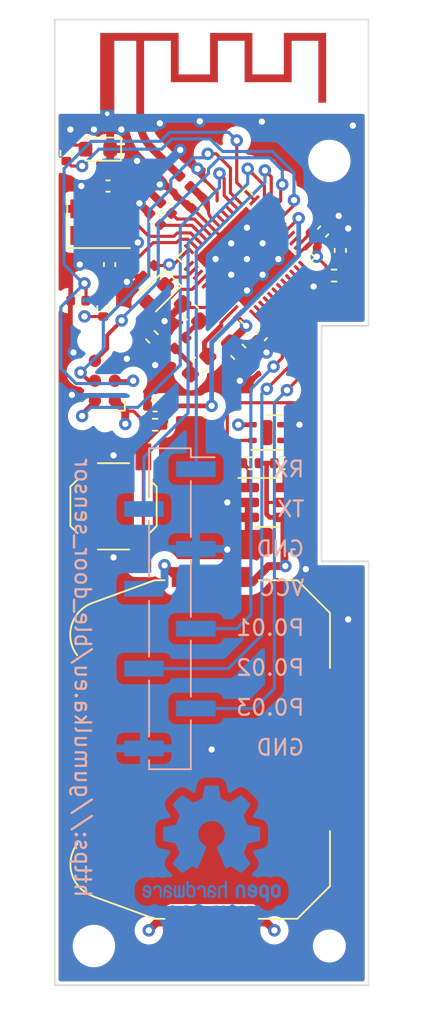
<source format=kicad_pcb>
(kicad_pcb (version 20221018) (generator pcbnew)
  (layers (0 "F.Cu" signal) (1 "In1.Cu" power) (2 "In2.Cu" power) (31 "B.Cu" signal) (34 "B.Paste" user) (35 "F.Paste" user) (36 "B.SilkS" user "B.Silkscreen") (37 "F.SilkS" user "F.Silkscreen") (38 "B.Mask" user) (39 "F.Mask" user) (44 "Edge.Cuts" user))
  (net 0 "")
  (net 1 "GND")
  (net 2 "VCC")
  (net 3 "RESET")
  (net 4 "ANTENNA")
  (net 5 "BUTTON")
  (net 6 "SWDIO")
  (net 7 "SWCLK")
  (net 8 "SWO")
  (net 9 "ONBOARD_HALL")
  (net 10 "Net-(U1-DCC)")
  (net 13 "SDA")
  (net 22 "Net-(D101-A)")
  (net 23 "RX")
  (net 24 "TX")
  (net 25 "LED")
  (net 31 "Net-(L101-Pad2)")
  (net 33 "P0.01")
  (net 34 "P0.02")
  (net 35 "P0.03")
  (net 37 "/Antenne")
  (net 39 "SCL")
  (net 40 "/DEC4")
  (net 41 "/XC2")
  (net 42 "/DEC3")
  (net 43 "/XC1")
  (net 44 "/DEC2")
  (net 45 "/DEC1")
  (net 48 "/Photo_out")
  (net 49 "/Photo_in")
  (footprint "Crystal:Crystal_SMD_3225-4Pin_3.2x2.5mm" (layer "F.Cu") (at 127.8 52.9)
    (fp_text reference "Y1" hide)
    (fp_text value "Crystal_GND24")
  )
  (footprint "Capacitor_SMD:C_0402_1005Metric" (layer "F.Cu") (at 143.2 54.7 90)
    (fp_text reference "C13" hide)
    (fp_text value "10nF")
  )
  (footprint "Library:JLCPCB_Mounting_hole" (layer "F.Cu") (at 144 42)
    (fp_text reference "T3" hide)
    (fp_text value "ToolingHole")
  )
  (footprint "MountingHole:MountingHole_2.2mm_M2" (layer "F.Cu") (at 142.5 49)
    (fp_text reference "H102" hide)
    (fp_text value "MountingHole")
  )
  (footprint "Package_DFN_QFN:QFN-48-1EP_6x6mm_P0.4mm_EP4.6x4.6mm" (layer "F.Cu") (at 137.2 55.15 135)
    (fp_text reference "U1" hide)
    (fp_text value "nRF52832-QFxx")
  )
  (footprint "Capacitor_SMD:C_0402_1005Metric" (layer "F.Cu") (at 131 56 -135)
    (fp_text reference "C107" hide)
    (fp_text value "100nF")
  )
  (footprint "Capacitor_SMD:C_0402_1005Metric" (layer "F.Cu") (at 132.1 52 135)
    (fp_text reference "C9" hide)
    (fp_text value "100pF")
  )
  (footprint "Capacitor_SMD:C_0603_1608Metric" (layer "F.Cu") (at 133.7 58.65 135)
    (fp_text reference "C5" hide)
    (fp_text value "1uF")
  )
  (footprint "Library:reed_contact" (layer "F.Cu") (at 143.5 67)
    (fp_text reference "SW101" hide)
    (fp_text value "SW_Reed")
    (fp_line (start -1.5 -7.5) (end -1.5 7.5) (stroke (width 0.1)) (layer "Edge.Cuts"))
    (fp_line (start -1.5 7.5) (end 1.5 7.5) (stroke (width 0.1)) (layer "Edge.Cuts"))
    (fp_line (start 1.5 -7.5) (end -1.5 -7.5) (stroke (width 0.1)) (layer "Edge.Cuts"))
  )
  (footprint "Inductor_SMD:L_0603_1608Metric" (layer "F.Cu") (at 134.2 62 45)
    (fp_text reference "L102" hide)
    (fp_text value "10uH")
  )
  (footprint "Battery:BatteryHolder_Keystone_3034_1x20mm" (layer "F.Cu") (at 135 86.485 -90)
    (fp_text reference "BT1" hide)
    (fp_text value "3034")
  )
  (footprint "Resistor_SMD:R_0402_1005Metric" (layer "F.Cu") (at 125.75 48.5 90)
    (fp_text reference "R102" hide)
    (fp_text value "1K")
  )
  (footprint "Capacitor_SMD:C_0402_1005Metric" (layer "F.Cu") (at 128.4 50.6 180)
    (fp_text reference "C8" hide)
    (fp_text value "12pF")
  )
  (footprint "Resistor_SMD:R_0402_1005Metric" (layer "F.Cu") (at 131.2 60.2 -45)
    (fp_text reference "R3" hide)
    (fp_text value "1K")
  )
  (footprint "LED_SMD:LED_0603_1608Metric" (layer "F.Cu") (at 127.75 48.25 180)
    (fp_text reference "D101" hide)
    (fp_text value "LED")
  )
  (footprint "Resistor_SMD:R_0402_1005Metric" (layer "F.Cu") (at 139.5 68.25)
    (fp_text reference "R104" hide)
    (fp_text value "100k")
  )
  (footprint "MountingHole:MountingHole_2.2mm_M2" (layer "F.Cu") (at 127.5 99)
    (fp_text reference "H101" hide)
    (fp_text value "MountingHole")
  )
  (footprint "Sensor_Humidity:Sensirion_DFN-4-1EP_2x2mm_P1mm_EP0.7x1.6mm" (layer "F.Cu") (at 138.525 66.3)
    (fp_text reference "U2" hide)
    (fp_text value "SHTC3")
  )
  (footprint "Resistor_SMD:R_0402_1005Metric" (layer "F.Cu") (at 142.8 56.3)
    (fp_text reference "R2" hide)
    (fp_text value "1M")
  )
  (footprint "Resistor_SMD:R_0402_1005Metric" (layer "F.Cu") (at 137.5 68.25 180)
    (fp_text reference "R105" hide)
    (fp_text value "100k")
  )
  (footprint "Capacitor_SMD:C_0402_1005Metric" (layer "F.Cu") (at 126.5 57.9 180)
    (fp_text reference "C3" hide)
    (fp_text value "100nF")
  )
  (footprint "Capacitor_SMD:C_0402_1005Metric" (layer "F.Cu") (at 134.1 51.7 -135)
    (fp_text reference "C4" hide)
    (fp_text value "1pF")
  )
  (footprint "Capacitor_SMD:C_0402_1005Metric" (layer "F.Cu") (at 138.2 60.1 -135)
    (fp_text reference "C11" hide)
    (fp_text value "100nF")
  )
  (footprint "RF_Antenna:Texas_SWRA117D_2.4GHz_Right" (layer "F.Cu") (at 130.45 46)
    (fp_text reference "AE1" hide)
    (fp_text value "Antenna_Shield")
  )
  (footprint "Package_TO_SOT_SMD:SOT-23-6" (layer "F.Cu") (at 138.5 70.75)
    (fp_text reference "U101" hide)
    (fp_text value "TMP100")
  )
  (footprint "Capacitor_SMD:C_0402_1005Metric" (layer "F.Cu") (at 131.4 52.7 135)
    (fp_text reference "C7" hide)
    (fp_text value "100pF")
  )
  (footprint "Library:JLCPCB_Mounting_hole" (layer "F.Cu") (at 142.5 99)
    (fp_text reference "T2" hide)
    (fp_text value "ToolingHole")
  )
  (footprint "Button_Switch_SMD:SW_SPST_TL3342" (layer "F.Cu") (at 128.75 71 90)
    (fp_text reference "SW102" hide)
    (fp_text value "SW_Push")
  )
  (footprint "Capacitor_SMD:C_0402_1005Metric" (layer "F.Cu") (at 128.5 55.6 -90)
    (fp_text reference "C6" hide)
    (fp_text value "12pF")
  )
  (footprint "Connector:Tag-Connect_TC2030-IDC-NL_2x03_P1.27mm_Vertical" (layer "F.Cu") (at 128.2 63 90)
    (fp_text reference "J1" hide)
    (fp_text value "Prog Header")
  )
  (footprint "LED_SMD:LED_0603_1608Metric" (layer "F.Cu") (at 131.5 57.5 -135)
    (fp_text reference "Q1" hide)
    (fp_text value "ALS-PT19")
  )
  (footprint "Resistor_SMD:R_0402_1005Metric" (layer "F.Cu") (at 128.1 58.4 90)
    (fp_text reference "R1" hide)
    (fp_text value "100k")
  )
  (footprint "Library:JLCPCB_Mounting_hole" (layer "F.Cu") (at 126 42)
    (fp_text reference "T1" hide)
    (fp_text value "ToolingHole")
  )
  (footprint "Resistor_SMD:R_0402_1005Metric" (layer "F.Cu") (at 131.4 65.8)
    (fp_text reference "R101" hide)
    (fp_text value "100k")
  )
  (footprint "Capacitor_SMD:C_0402_1005Metric" (layer "F.Cu") (at 142.1 53.5 45)
    (fp_text reference "C1" hide)
    (fp_text value "100nF")
  )
  (footprint "Inductor_SMD:L_0402_1005Metric" (layer "F.Cu") (at 133 60.6 -135)
    (fp_text reference "L101" hide)
    (fp_text value "15nH")
  )
  (footprint "Inductor_SMD:L_0402_1005Metric" (layer "F.Cu") (at 133.3 50.3 135)
    (fp_text reference "L1" hide)
    (fp_text value "3.3nH")
  )
  (footprint "Capacitor_SMD:C_0603_1608Metric" (layer "F.Cu") (at 136.7 61.15 -45)
    (fp_text reference "C2" hide)
    (fp_text value "4.7uF")
  )
  (footprint "Capacitor_SMD:C_0402_1005Metric" (layer "F.Cu") (at 131.4 64.6 180)
    (fp_text reference "C101" hide)
    (fp_text value "100nF")
  )
  (footprint "Symbol:OSHW-Logo2_9.8x8mm_Copper" (layer "B.Cu") (at 135 92.5 180)
    (fp_text reference "REF**" hide)
    (fp_text value "OSHW-Logo2_9.8x8mm_Copper" hide)
  )
  (footprint "Connector_PinHeader_2.54mm:PinHeader_1x08_P2.54mm_Vertical_SMD_Pin1Left" (layer "B.Cu") (at 132.345 77.52 180)
    (fp_text reference "J101" hide)
    (fp_text value "Conn_01x08")
  )
  (gr_line locked (start 125 101.5) (end 145 101.5) (stroke (width 0.1)) (layer "Edge.Cuts"))
  (gr_line (start 145 59.5) (end 145 40) (stroke (width 0.1)) (layer "Edge.Cuts"))
  (gr_line (start 125 40) (end 125 101.5) (stroke (width 0.1)) (layer "Edge.Cuts"))
  (gr_line (start 145 101.5) (end 145 74.5) (stroke (width 0.1)) (layer "Edge.Cuts"))
  (gr_line locked (start 145 40) (end 125 40) (stroke (width 0.1)) (layer "Edge.Cuts"))
  (gr_text "P0.03" (at 141 83.815) (layer "B.SilkS") (effects (font (size 1 1)) (justify left mirror)))
  (gr_text "P0.01" (at 141 78.735) (layer "B.SilkS") (effects (font (size 1 1)) (justify left mirror)))
  (gr_text "TX" (at 141 71.17) (layer "B.SilkS") (effects (font (size 1 1)) (justify left mirror)))
  (gr_text "RX" (at 141 68.63) (layer "B.SilkS") (effects (font (size 1 1)) (justify left mirror)))
  (gr_text "https://gumulka.eu/ble_door_sensor" (at 126.2 96 270) (layer "B.SilkS") (effects (font (size 1 1)) (justify left bottom mirror)))
  (gr_text "VCC" (at 141 76.195) (layer "B.SilkS") (effects (font (size 1 1)) (justify left mirror)))
  (gr_text "GND" (at 141 86.355) (layer "B.SilkS") (effects (font (size 1 1)) (justify left mirror)))
  (gr_text "P0.02" (at 141 81.275) (layer "B.SilkS") (effects (font (size 1 1)) (justify left mirror)))
  (gr_text "GND" (at 141 73.71) (layer "B.SilkS") (effects (font (size 1 1)) (justify left mirror)))
  (segment (start 133.151992 58.101992) (end 133.098008 58.101992) (width 0.2) (layer "F.Cu") (net 1))
  (segment (start 133.098008 58.101992) (end 132 59.2) (width 0.3) (layer "F.Cu") (net 1))
  (segment (start 135.43149 58.332724) (end 133.382724 58.332724) (width 0.2) (layer "F.Cu") (net 1))
  (segment (start 137.2 55.2) (end 137.2 55.15) (width 0.2) (layer "F.Cu") (net 1))
  (segment (start 129.85 53.75) (end 130.29869 54.19869) (width 0.5) (layer "F.Cu") (net 1))
  (segment (start 134.1 49.75) (end 135.35 51) (width 0.2) (layer "F.Cu") (net 1))
  (segment (start 131.7 50.5) (end 132 50.5) (width 0.2) (layer "F.Cu") (net 1))
  (segment (start 137.25 55.25) (end 137.2 55.2) (width 0.2) (layer "F.Cu") (net 1))
  (segment (start 135.821142 57.943072) (end 137.2 56.564214) (width 0.2) (layer "F.Cu") (net 1))
  (segment (start 140.6 65.8) (end 139.45 65.8) (width 0.2) (layer "F.Cu") (net 1))
  (segment (start 134.1 49.5) (end 134.1 49.75) (width 0.2) (layer "F.Cu") (net 1))
  (segment (start 126 61) (end 126 57.92) (width 0.3) (layer "F.Cu") (net 1))
  (segment (start 126.02 56.18) (end 126.6 55.6) (width 0.3) (layer "F.Cu") (net 1))
  (segment (start 128.9 53.75) (end 129.85 53.75) (width 0.5) (layer "F.Cu") (net 1))
  (segment (start 126.02 57.9) (end 126.02 56.18) (width 0.3) (layer "F.Cu") (net 1))
  (segment (start 134.55 78.8) (end 131.65 78.8) (width 0.5) (layer "F.Cu") (net 1))
  (segment (start 137.956919 60.989097) (end 137.956919 60.943081) (width 0.3) (layer "F.Cu") (net 1))
  (segment (start 132 50.5) (end 133.539411 52.039411) (width 0.3) (layer "F.Cu") (net 1))
  (segment (start 137.3625 70.75) (end 137.3625 73.2375) (width 0.2) (layer "F.Cu") (net 1))
  (segment (start 143.2 54.22) (end 143.2 53.8) (width 0.2) (layer "F.Cu") (net 1))
  (segment (start 137.3625 73.2375) (end 136.85 73.75) (width 0.2) (layer "F.Cu") (net 1))
  (segment (start 142.439411 53.160589) (end 143.1 52.5) (width 0.2) (layer "F.Cu") (net 1))
  (segment (start 143.5 86) (end 143.5 87.75) (width 0.5) (layer "F.Cu") (net 1))
  (segment (start 129.960589 56.339411) (end 129.6 56.7) (width 0.3) (layer "F.Cu") (net 1))
  (segment (start 131.1 51) (end 130.4 51.7) (width 0.2) (layer "F.Cu") (net 1))
  (segment (start 137.860589 60.439411) (end 137.860589 60.846751) (width 0.3) (layer "F.Cu") (net 1))
  (segment (start 131.760589 51.660589) (end 131.1 51) (width 0.2) (layer "F.Cu") (net 1))
  (segment (start 129.483567 61.6) (end 129.353567 61.73) (width 0.5) (layer "F.Cu") (net 1))
  (segment (start 128.5 56.08) (end 128.98 56.08) (width 0.3) (layer "F.Cu") (net 1))
  (segment (start 135.35 51) (end 135.35 51.55) (width 0.2) (layer "F.Cu") (net 1))
  (segment (start 133.382724 58.332724) (end 133.151992 58.101992) (width 0.2) (layer "F.Cu") (net 1))
  (segment (start 131.060589 52.360589) (end 130.4 51.7) (width 0.3) (layer "F.Cu") (net 1))
  (segment (start 134.972614 53.205456) (end 136.917156 55.15) (width 0.2) (layer "F.Cu") (net 1))
  (segment (start 126.7 50.6) (end 126.7 52.05) (width 0.5) (layer "F.Cu") (net 1))
  (segment (start 133.539411 52.039411) (end 133.760589 52.039411) (width 0.3) (layer "F.Cu") (net 1))
  (segment (start 137.860589 60.846751) (end 137.956919 60.943081) (width 0.3) (layer "F.Cu") (net 1))
  (segment (start 133.806569 52.039411) (end 133.760589 52.039411) (width 0.2) (layer "F.Cu") (net 1))
  (segment (start 137.248008 61.698008) (end 137.248008 61.748008) (width 0.3) (layer "F.Cu") (net 1))
  (segment (start 137.956919 60.943081) (end 138.213838 61.2) (width 0.3) (layer "F.Cu") (net 1))
  (segment (start 127.92 50.6) (end 126.7 50.6) (width 0.2) (layer "F.Cu") (net 1))
  (segment (start 136.917156 55.15) (end 137.2 55.15) (width 0.2) (layer "F.Cu") (net 1))
  (segment (start 137.248008 61.698008) (end 137.956919 60.989097) (width 0.3) (layer "F.Cu") (net 1))
  (segment (start 128.98 56.08) (end 129.6 56.7) (width 0.3) (layer "F.Cu") (net 1))
  (segment (start 126.2 61.2) (end 126 61) (width 0.3) (layer "F.Cu") (net 1))
  (segment (start 136.85 73.75) (end 136 73.75) (width 0.2) (layer "F.Cu") (net 1))
  (segment (start 138.213838 61.2) (end 138.5 61.2) (width 0.3) (layer "F.Cu") (net 1))
  (segment (start 134.972614 53.205456) (end 133.806569 52.039411) (width 0.2) (layer "F.Cu") (net 1))
  (segment (start 143.2 53.8) (end 143.7 53.3) (width 0.2) (layer "F.Cu") (net 1))
  (segment (start 143.5 87.75) (end 141.25 90) (width 0.5) (layer "F.Cu") (net 1))
  (segment (start 137.2 55.3) (end 137.25 55.25) (width 0.2) (layer "F.Cu") (net 1))
  (segment (start 137.2 56.564214) (end 137.2 55.3) (width 0.2) (layer "F.Cu") (net 1))
  (segment (start 137.3625 70.75) (end 135.65 70.75) (width 0.5) (layer "F.Cu") (net 1))
  (segment (start 136.25 54.25) (end 136.917156 55.15) (width 0.2) (layer "F.Cu") (net 1))
  (segment (start 129.353567 61.73) (end 128.835 61.73) (width 0.5) (layer "F.Cu") (net 1))
  (segment (start 141.75 86) (end 134.55 78.8) (width 0.5) (layer "F.Cu") (net 1))
  (segment (start 130.660589 56.339411) (end 129.960589 56.339411) (width 0.3) (layer "F.Cu") (net 1))
  (segment (start 126 57.92) (end 126.02 57.9) (width 0.3) (layer "F.Cu") (net 1))
  (segment (start 135.65 70.75) (end 136 70.75) (width 0.2) (layer "F.Cu") (net 1))
  (segment (start 129.6 61.6) (end 129.483567 61.6) (width 0.5) (layer "F.Cu") (net 1))
  (segment (start 135.821142 57.943072) (end 135.43149 58.332724) (width 0.2) (layer "F.Cu") (net 1))
  (segment (start 143.5 86) (end 141.75 86) (width 0.5) (layer "F.Cu") (net 1))
  (via (at 143.1 52.5) (size 0.8) (drill 0.4) (layers "F.Cu" "B.Cu") (net 1))
  (via (at 140.6 65.8) (size 0.8) (drill 0.4) (layers "F.Cu" "B.Cu") (net 1))
  (via (at 137.25 55.25) (size 0.8) (drill 0.4) (layers "F.Cu" "B.Cu") (net 1))
  (via (at 128.75 67.75) (size 0.8) (drill 0.4) (layers "F.Cu" "B.Cu") (net 1))
  (via (at 130.25 49) (size 0.8) (drill 0.4) (layers "F.Cu" "B.Cu") (net 1))
  (via (at 141 75) (size 0.8) (drill 0.4) (layers "F.Cu" "B.Cu") (net 1))
  (via (at 143.7 53.3) (size 0.8) (drill 0.4) (layers "F.Cu" "B.Cu") (net 1))
  (via (at 136 70.75) (size 0.8) (drill 0.4) (layers "F.Cu" "B.Cu") (net 1))
  (via (at 131.4 62) (size 0.8) (drill 0.4) (layers "F.Cu" "B.Cu") (net 1))
  (via (at 126.1 63.9) (size 0.8) (drill 0.4) (layers "F.Cu" "B.Cu") (net 1))
  (via (at 128.75 74.25) (size 0.8) (drill 0.4) (layers "F.Cu" "B.Cu") (net 1))
  (via (at 135 86.485) (size 0.8) (drill 0.4) (layers "F.Cu" "B.Cu") (net 1))
  (via (at 133 48.3) (size 0.8) (drill 0.4) (layers "F.Cu" "B.Cu") (net 1))
  (via (at 138.5 61.2) (size 0.8) (drill 0.4) (layers "F.Cu" "B.Cu") (net 1))
  (via (at 131.7 46.6) (size 0.8) (drill 0.4) (layers "F.Cu" "B.Cu") (net 1))
  (via (at 135.25 55.25) (size 0.8) (drill 0.4) (layers "F.Cu" "B.Cu") (net 1))
  (via (at 126 47) (size 0.8) (drill 0.4) (layers "F.Cu" "B.Cu") (net 1))
  (via (at 129.25 47) (size 0.8) (drill 0.4) (layers "F.Cu" "B.Cu") (net 1))
  (via (at 137.25 53.25) (size 0.8) (drill 0.4) (layers "F.Cu" "B.Cu") (net 1))
  (via (at 136.25 56.25) (size 0.8) (drill 0.4) (layers "F.Cu" "B.Cu") (net 1))
  (via (at 136.8 63) (size 0.8) (drill 0.4) (layers "F.Cu" "B.Cu") (net 1))
  (via (at 131.7 50.5) (size 0.8) (drill 0.4) (layers "F.Cu" "B.Cu") (net 1))
  (via (at 136.25 54.25) (size 0.8) (drill 0.4) (layers "F.Cu" "B.Cu") (net 1))
  (via (at 129.6 61.6) (size 0.8) (drill 0.4) (layers "F.Cu" "B.Cu") (net 1))
  (via (at 129.6 56.7) (size 0.8) (drill 0.4) (layers "F.Cu" "B.Cu") (net 1))
  (via (at 144 46.75) (size 0.8) (drill 0.4) (layers "F.Cu" "B.Cu") (net 1))
  (via (at 127.5 47) (size 0.8) (drill 0.4) (layers "F.Cu" "B.Cu") (net 1))
  (via (at 134.25 46.475) (size 0.8) (drill 0.4) (layers "F.Cu" "B.Cu") (net 1))
  (via (at 132 59.2) (size 0.8) (drill 0.4) (layers "F.Cu" "B.Cu") (net 1))
  (via (at 130.4 51.7) (size 0.8) (drill 0.4) (layers "F.Cu" "B.Cu") (net 1))
  (via (at 143.7 78.2) (size 0.8) (drill 0.4) (layers "F.Cu" "B.Cu") (net 1))
  (via (at 138.2 46.5) (size 0.8) (drill 0.4) (layers "F.Cu" "B.Cu") (net 1))
  (via (at 138.25 54.25) (size 0.8) (drill 0.4) (layers "F.Cu" "B.Cu") (net 1))
  (via (at 126.2 61.2) (size 0.8) (drill 0.4) (layers "F.Cu" "B.Cu") (net 1))
  (via (at 126.6 55.6) (size 0.8) (drill 0.4) (layers "F.Cu" "B.Cu") (net 1))
  (via (at 138.25 56.25) (size 0.8) (drill 0.4) (layers "F.Cu" "B.Cu") (net 1))
  (via (at 139.25 55.25) (size 0.8) (drill 0.4) (layers "F.Cu" "B.Cu") (net 1))
  (via (at 136 73.75) (size 0.8) (drill 0.4) (layers "F.Cu" "B.Cu") (net 1))
  (via (at 126.7 50.6) (size 0.8) (drill 0.4) (layers "F.Cu" "B.Cu") (net 1))
  (via (at 134.1 49.5) (size 0.8) (drill 0.4) (layers "F.Cu" "B.Cu") (net 1))
  (via (at 141.5 57) (size 0.8) (drill 0.4) (layers "F.Cu" "B.Cu") (net 1))
  (via (at 130.29869 54.19869) (size 0.8) (drill 0.4) (layers "F.Cu" "B.Cu") (net 1))
  (via (at 137.25 57.25) (size 0.8) (drill 0.4) (layers "F.Cu" "B.Cu") (net 1))
  (segment (start 130.69 86.41) (end 134.925 86.41) (width 0.5) (layer "B.Cu") (net 1))
  (segment (start 134.925 86.41) (end 135 86.485) (width 0.5) (layer "B.Cu") (net 1))
  (segment (start 136.66967 58.96967) (end 137.2 59.5) (width 0.3) (layer "F.Cu") (net 2))
  (segment (start 139.7 74.8) (end 139.6375 74.7375) (width 0.5) (layer "F.Cu") (net 2))
  (segment (start 141.7 55.1) (end 141.7 54.51) (width 0.5) (layer "F.Cu") (net 2))
  (segment (start 137.2 59.553984) (end 136.151992 60.601992) (width 0.5) (layer "F.Cu") (net 2))
  (segment (start 131 98) (end 131.5 97.5) (width 0.5) (layer "F.Cu") (net 2))
  (segment (start 141.692569 53.839411) (end 141.760589 53.839411) (width 0.3) (layer "F.Cu") (net 2))
  (segment (start 138.55 70.75) (end 138.5 70.8) (width 0.2) (layer "F.Cu") (net 2))
  (segment (start 135.35 75.85) (end 135 75.5) (width 0.5) (layer "F.Cu") (net 2))
  (segment (start 129.5 64.935) (end 128.835 64.27) (width 0.5) (layer "F.Cu") (net 2))
  (segment (start 132.3 55.6) (end 132.239411 55.660589) (width 0.2) (layer "F.Cu") (net 2))
  (segment (start 132.239411 55.660589) (end 131.339411 55.660589) (width 0.2) (layer "F.Cu") (net 2))
  (segment (start 138.5 70.35) (end 138.5 68.25) (width 0.3) (layer "F.Cu") (net 2))
  (segment (start 130.89 65.8) (end 130.025 64.935) (width 0.2) (layer "F.Cu") (net 2))
  (segment (start 132.75 75.5) (end 132 74.75) (width 0.5) (layer "F.Cu") (net 2))
  (segment (start 138.5 70.35) (end 138.5 70.8) (width 0.3) (layer "F.Cu") (net 2))
  (segment (start 128.1 58.91) (end 126.91 58.91) (width 0.2) (layer "F.Cu") (net 2))
  (segment (start 140.91231 54.61967) (end 140.98033 54.55165) (width 0.2) (layer "F.Cu") (net 2))
  (segment (start 131.5 97.5) (end 138.5 97.5) (width 0.5) (layer "F.Cu") (net 2))
  (segment (start 132.57807 55.6) (end 133.5584 54.61967) (width 0.2) (layer "F.Cu") (net 2))
  (segment (start 140.98033 54.55165) (end 141.692569 53.839411) (width 0.3) (layer "F.Cu") (net 2))
  (segment (start 137.5875 75.85) (end 135.35 75.85) (width 0.5) (layer "F.Cu") (net 2))
  (segment (start 139.6375 74.7375) (end 139.6375 71.7) (width 0.5) (layer "F.Cu") (net 2))
  (segment (start 138.5 70.8) (end 138.5 71.5) (width 0.3) (layer "F.Cu") (net 2))
  (segment (start 139.7 74.8) (end 138.6375 74.8) (width 0.5) (layer "F.Cu") (net 2))
  (segment (start 142.29 55.69) (end 142.29 56.3) (width 0.2) (layer "F.Cu") (net 2))
  (segment (start 138.99 68.25) (end 138.5 68.25) (width 0.3) (layer "F.Cu") (net 2))
  (segment (start 138.6375 74.8) (end 137.5875 75.85) (width 0.5) (layer "F.Cu") (net 2))
  (segment (start 137.6 65.8) (end 136.7 65.8) (width 0.3) (layer "F.Cu") (net 2))
  (segment (start 141.7 54.51) (end 141.760589 54.449411) (width 0.5) (layer "F.Cu") (net 2))
  (segment (start 129.5 65.75) (end 129.5 64.935) (width 0.5) (layer "F.Cu") (net 2))
  (segment (start 135 75.5) (end 132.75 75.5) (width 0.5) (layer "F.Cu") (net 2))
  (segment (start 141.7 55.1) (end 142.29 55.69) (width 0.2) (layer "F.Cu") (net 2))
  (segment (start 132.3 55.6) (end 132.57807 55.6) (width 0.2) (layer "F.Cu") (net 2))
  (segment (start 141.760589 54.449411) (end 141.760589 53.839411) (width 0.5) (layer "F.Cu") (net 2))
  (segment (start 138.7 71.7) (end 139.6375 71.7) (width 0.3) (layer "F.Cu") (net 2))
  (segment (start 136.66967 58.7916) (end 136.66967 58.96967) (width 0.2) (layer "F.Cu") (net 2))
  (segment (start 138.01 68.25) (end 138.5 68.25) (width 0.3) (layer "F.Cu") (net 2))
  (segment (start 130.025 64.935) (end 129.5 64.935) (width 0.2) (layer "F.Cu") (net 2))
  (segment (start 126.91 58.91) (end 126.9 58.9) (width 0.2) (layer "F.Cu") (net 2))
  (segment (start 138.5 97.5) (end 139 98) (width 0.5) (layer "F.Cu") (net 2))
  (segment (start 139.6375 70.75) (end 138.55 70.75) (width 0.2) (layer "F.Cu") (net 2))
  (segment (start 137.2 59.5) (end 137.2 59.553984) (width 0.2) (layer "F.Cu") (net 2))
  (segment (start 140.8416 54.61967) (end 140.91231 54.61967) (width 0.2) (layer "F.Cu") (net 2))
  (segment (start 138.5 71.5) (end 138.7 71.7) (width 0.3) (layer "F.Cu") (net 2))
  (via (at 132 74.75) (size 0.8) (drill 0.4) (layers "F.Cu" "B.Cu") (net 2))
  (via (at 137.2 59.5) (size 0.8) (drill 0.4) (layers "F.Cu" "B.Cu") (net 2))
  (via (at 136.7 65.8) (size 0.8) (drill 0.4) (layers "F.Cu" "B.Cu") (net 2))
  (via (at 141.7 55.1) (size 0.8) (drill 0.4) (layers "F.Cu" "B.Cu") (net 2))
  (via (at 139.7 74.8) (size 0.8) (drill 0.4) (layers "F.Cu" "B.Cu") (net 2))
  (via (at 132.3 55.6) (size 0.8) (drill 0.4) (layers "F.Cu" "B.Cu") (net 2))
  (via (at 126.9 58.9) (size 0.8) (drill 0.4) (layers "F.Cu" "B.Cu") (net 2))
  (via (at 131 98) (size 0.8) (drill 0.4) (layers "F.Cu" "B.Cu") (net 2))
  (via (at 139 98) (size 0.8) (drill 0.4) (layers "F.Cu" "B.Cu") (net 2))
  (via (at 129.5 65.75) (size 0.8) (drill 0.4) (layers "F.Cu" "B.Cu") (net 2))
  (segment (start 132 76) (end 132 74.75) (width 0.5) (layer "B.Cu") (net 2))
  (segment (start 130.711 76.359) (end 130.69 76.38) (width 0.2) (layer "B.Cu") (net 2))
  (segment (start 131.75 76.25) (end 132 76) (width 0.5) (layer "B.Cu") (net 2))
  (segment (start 130.69 76.25) (end 131.75 76.25) (width 0.5) (layer "B.Cu") (net 2))
  (segment (start 136.6 47.7) (end 136.6 50.37807) (width 0.2) (layer "F.Cu") (net 3))
  (segment (start 127 56.9) (end 127 57.92) (width 0.2) (layer "F.Cu") (net 3))
  (segment (start 127 57.92) (end 128.07 57.92) (width 0.2) (layer "F.Cu") (net 3))
  (segment (start 126.9 56.8) (end 127 56.9) (width 0.2) (layer "F.Cu") (net 3))
  (segment (start 136.6 50.37807) (end 137.73033 51.5084) (width 0.2) (layer "F.Cu") (net 3))
  (segment (start 128.07 57.92) (end 128.1 57.89) (width 0.2) (layer "F.Cu") (net 3))
  (segment (start 128.835 63) (end 130 63) (width 0.2) (layer "F.Cu") (net 3))
  (via (at 130 63) (size 0.8) (drill 0.4) (layers "F.Cu" "B.Cu") (net 3))
  (via (at 126.9 56.8) (size 0.8) (drill 0.4) (layers "F.Cu" "B.Cu") (net 3))
  (via (at 136.6 47.7) (size 0.8) (drill 0.4) (layers "F.Cu" "B.Cu") (net 3))
  (segment (start 132.325 47.175) (end 131.75 47.75) (width 0.2) (layer "B.Cu") (net 3))
  (segment (start 129.821 63.179) (end 126.36105 63.179) (width 0.2) (layer "B.Cu") (net 3))
  (segment (start 125.6 55.58995) (end 126.81005 56.8) (width 0.2) (layer "B.Cu") (net 3))
  (segment (start 126.36105 63.179) (end 125.4 62.21795) (width 0.2) (layer "B.Cu") (net 3))
  (segment (start 125.6 49.48505) (end 125.6 55.58995) (width 0.2) (layer "B.Cu") (net 3))
  (segment (start 127.33505 47.75) (end 125.6 49.48505) (width 0.2) (layer "B.Cu") (net 3))
  (segment (start 136.075 47.175) (end 132.325 47.175) (width 0.2) (layer "B.Cu") (net 3))
  (segment (start 130 63) (end 129.821 63.179) (width 0.2) (layer "B.Cu") (net 3))
  (segment (start 126.81005 56.8) (end 126.9 56.8) (width 0.2) (layer "B.Cu") (net 3))
  (segment (start 131.75 47.75) (end 127.33505 47.75) (width 0.2) (layer "B.Cu") (net 3))
  (segment (start 125.4 62.21795) (end 125.4 58.3) (width 0.2) (layer "B.Cu") (net 3))
  (segment (start 125.4 58.3) (end 126.9 56.8) (width 0.2) (layer "B.Cu") (net 3))
  (segment (start 136.6 47.7) (end 136.075 47.175) (width 0.2) (layer "B.Cu") (net 3))
  (segment (start 134.8 51.928285) (end 134.8 52.187243) (width 0.2) (layer "F.Cu") (net 4))
  (segment (start 133.642947 50.642947) (end 133.721769 50.642947) (width 0.5) (layer "F.Cu") (net 4))
  (segment (start 134.99793 52.665088) (end 135.255456 52.922614) (width 0.2) (layer "F.Cu") (net 4))
  (segment (start 134.653553 51.574731) (end 134.439411 51.360589) (width 0.2) (layer "F.Cu") (net 4))
  (segment (start 133.721769 50.642947) (end 134.439411 51.360589) (width 0.5) (layer "F.Cu") (net 4))
  (arc (start 134.8 52.187243) (mid 134.85144 52.445851) (end 134.99793 52.665088) (width 0.2) (layer "F.Cu") (net 4))
  (arc (start 134.8 51.928285) (mid 134.76194 51.736943) (end 134.653553 51.574731) (width 0.2) (layer "F.Cu") (net 4))
  (segment (start 140.547918 52.647918) (end 140.547918 52.65061) (width 0.2) (layer "F.Cu") (net 5))
  (segment (start 130.8 67.7) (end 130.65 67.85) (width 0.3) (layer "F.Cu") (net 5))
  (segment (start 140.547918 52.65061) (end 139.710229 53.488299) (width 0.2) (layer "F.Cu") (net 5))
  (segment (start 130.8 66.899634) (end 130.8 67.7) (width 0.3) (layer "F.Cu") (net 5))
  (segment (start 130.65 70.25) (end 130.65 67.85) (width 0.2) (layer "F.Cu") (net 5))
  (segment (start 130.65 74.15) (end 130.65 71.75) (width 0.2) (layer "F.Cu") (net 5))
  (segment (start 130.65 71.75) (end 130.65 70.25) (width 0.2) (layer "F.Cu") (net 5))
  (segment (start 132.08 65.619634) (end 130.8 66.899634) (width 0.3) (layer "F.Cu") (net 5))
  (segment (start 132.08 64.6) (end 132.08 65.619634) (width 0.3) (layer "F.Cu") (net 5))
  (segment (start 135 64.6) (end 132.08 64.6) (width 0.3) (layer "F.Cu") (net 5))
  (via (at 135 64.6) (size 0.8) (drill 0.4) (layers "F.Cu" "B.Cu") (net 5))
  (via (at 140.547918 52.647918) (size 0.8) (drill 0.4) (layers "F.Cu" "B.Cu") (net 5))
  (segment (start 135 64.6) (end 135 60.560661) (width 0.3) (layer "B.Cu") (net 5))
  (segment (start 140.547918 55.012743) (end 140.547918 52.647918) (width 0.3) (layer "B.Cu") (net 5))
  (segment (start 135 60.560661) (end 140.547918 55.012743) (width 0.3) (layer "B.Cu") (net 5))
  (segment (start 126.75 65.085) (end 127.565 64.27) (width 0.25) (layer "F.Cu") (net 6))
  (segment (start 135.8 50.1) (end 135.8 51.204416) (width 0.2) (layer "F.Cu") (net 6))
  (segment (start 135.8 51.204416) (end 136.386827 51.791243) (width 0.2) (layer "F.Cu") (net 6))
  (segment (start 126.75 65.25) (end 126.75 65.085) (width 0.25) (layer "F.Cu") (net 6))
  (segment (start 135.5 49.8) (end 135.8 50.1) (width 0.2) (layer "F.Cu") (net 6))
  (via (at 135.5 49.8) (size 0.8) (drill 0.4) (layers "F.Cu" "B.Cu") (net 6))
  (via (at 126.75 65.25) (size 0.8) (drill 0.4) (layers "F.Cu" "B.Cu") (net 6))
  (segment (start 127.3053 64.6947) (end 126.75 65.25) (width 0.2) (layer "B.Cu") (net 6))
  (segment (start 130.3053 64.6947) (end 127.3053 64.6947) (width 0.2) (layer "B.Cu") (net 6))
  (segment (start 133 62) (end 130.3053 64.6947) (width 0.2) (layer "B.Cu") (net 6))
  (segment (start 133 53.2) (end 133 62) (width 0.2) (layer "B.Cu") (net 6))
  (segment (start 135.5 50.7) (end 133 53.2) (width 0.2) (layer "B.Cu") (net 6))
  (segment (start 135.5 49.8) (end 135.5 50.7) (width 0.2) (layer "B.Cu") (net 6))
  (segment (start 134.752629 48.545126) (end 135.285076 48.545126) (width 0.2) (layer "F.Cu") (net 7))
  (segment (start 126.651 62.479) (end 127.172 63) (width 0.25) (layer "F.Cu") (net 7))
  (segment (start 136.2 51.03873) (end 136.66967 51.5084) (width 0.2) (layer "F.Cu") (net 7))
  (segment (start 127.172 63) (end 127.565 63) (width 0.25) (layer "F.Cu") (net 7))
  (segment (start 135.285076 48.545126) (end 136.2 49.46005) (width 0.2) (layer "F.Cu") (net 7))
  (segment (start 136.2 49.46005) (end 136.2 51.03873) (width 0.2) (layer "F.Cu") (net 7))
  (via (at 134.752629 48.545126) (size 0.8) (drill 0.4) (layers "F.Cu" "B.Cu") (net 7))
  (via (at 126.651 62.479) (size 0.8) (drill 0.4) (layers "F.Cu" "B.Cu") (net 7))
  (segment (start 128.1 61.03) (end 126.651 62.479) (width 0.2) (layer "B.Cu") (net 7))
  (segment (start 134.497755 48.8) (end 133.81005 48.8) (width 0.2) (layer "B.Cu") (net 7))
  (segment (start 132.4 50.78995) (end 130.99869 52.19126) (width 0.2) (layer "B.Cu") (net 7))
  (segment (start 134.752629 48.545126) (end 134.497755 48.8) (width 0.2) (layer "B.Cu") (net 7))
  (segment (start 128.1 59.2) (end 128.1 61.03) (width 0.2) (layer "B.Cu") (net 7))
  (segment (start 133.81005 48.8) (end 132.4 50.21005) (width 0.2) (layer "B.Cu") (net 7))
  (segment (start 130.99869 52.19126) (end 130.99869 56.30131) (width 0.2) (layer "B.Cu") (net 7))
  (segment (start 132.4 50.21005) (end 132.4 50.78995) (width 0.2) (layer "B.Cu") (net 7))
  (segment (start 130.99869 56.30131) (end 128.1 59.2) (width 0.2) (layer "B.Cu") (net 7))
  (segment (start 139.5 50.5) (end 139.4 50.6) (width 0.2) (layer "F.Cu") (net 8))
  (segment (start 139.4 51.535786) (end 138.578858 52.356928) (width 0.2) (layer "F.Cu") (net 8))
  (segment (start 139.4 50.6) (end 139.4 51.535786) (width 0.2) (layer "F.Cu") (net 8))
  (segment (start 129.267475 59.158815) (end 129.267475 59.177735) (width 0.25) (layer "F.Cu") (net 8))
  (segment (start 128.295 61) (end 127.565 61.73) (width 0.25) (layer "F.Cu") (net 8))
  (segment (start 128.3457 60.09951) (end 128.3457 60.9543) (width 0.25) (layer "F.Cu") (net 8))
  (segment (start 128.3457 60.9543) (end 128.3 61) (width 0.25) (layer "F.Cu") (net 8))
  (segment (start 129.267475 59.177735) (end 128.3457 60.09951) (width 0.25) (layer "F.Cu") (net 8))
  (segment (start 128.3 61) (end 128.295 61) (width 0.25) (layer "F.Cu") (net 8))
  (via (at 139.5 50.5) (size 0.8) (drill 0.4) (layers "F.Cu" "B.Cu") (net 8))
  (via (at 129.267475 59.158815) (size 0.8) (drill 0.4) (layers "F.Cu" "B.Cu") (net 8))
  (segment (start 131.6 52.98995) (end 134.8 49.78995) (width 0.2) (layer "B.Cu") (net 8))
  (segment (start 129.267475 59.158815) (end 129.267475 59.042575) (width 0.2) (layer "B.Cu") (net 8))
  (segment (start 139.5 49.6) (end 139.5 50.5) (width 0.2) (layer "B.Cu") (net 8))
  (segment (start 134.8 49.78995) (end 134.8 49.5) (width 0.2) (layer "B.Cu") (net 8))
  (segment (start 138.7 48.8) (end 139.5 49.6) (width 0.2) (layer "B.Cu") (net 8))
  (segment (start 135.5 48.8) (end 138.7 48.8) (width 0.2) (layer "B.Cu") (net 8))
  (segment (start 134.8 49.5) (end 135.5 48.8) (width 0.2) (layer "B.Cu") (net 8))
  (segment (start 129.267475 59.042575) (end 131.6 56.71005) (width 0.2) (layer "B.Cu") (net 8))
  (segment (start 131.6 56.71005) (end 131.6 52.98995) (width 0.2) (layer "B.Cu") (net 8))
  (segment (start 144.4 52.8) (end 143.4 51.8) (width 0.2) (layer "F.Cu") (net 9))
  (segment (start 143.2 55.18) (end 144.4 53.98) (width 0.2) (layer "F.Cu") (net 9))
  (segment (start 143.5 56.49) (end 143.31 56.3) (width 0.2) (layer "F.Cu") (net 9))
  (segment (start 142.81005 51.8) (end 141.098642 53.511408) (width 0.2) (layer "F.Cu") (net 9))
  (segment (start 143.4 51.8) (end 142.81005 51.8) (width 0.2) (layer "F.Cu") (net 9))
  (segment (start 143.31 56.3) (end 143.31 55.29) (width 0.2) (layer "F.Cu") (net 9))
  (segment (start 141.098642 53.796942) (end 140.558757 54.336827) (width 0.2) (layer "F.Cu") (net 9))
  (segment (start 144.4 53.98) (end 144.4 52.8) (width 0.2) (layer "F.Cu") (net 9))
  (segment (start 143.5 58) (end 143.5 56.49) (width 0.2) (layer "F.Cu") (net 9))
  (segment (start 143.31 55.29) (end 143.2 55.18) (width 0.2) (layer "F.Cu") (net 9))
  (segment (start 141.098642 53.511408) (end 141.098642 53.796942) (width 0.2) (layer "F.Cu") (net 9))
  (segment (start 135.6 59.5) (end 134.542947 60.557053) (width 0.3) (layer "F.Cu") (net 10))
  (segment (start 135.6 59.295584) (end 135.6 59.5) (width 0.2) (layer "F.Cu") (net 10))
  (segment (start 136.386827 58.508757) (end 135.6 59.295584) (width 0.2) (layer "F.Cu") (net 10))
  (segment (start 134.542947 60.557053) (end 134.542947 61.307053) (width 0.3) (layer "F.Cu") (net 10))
  (segment (start 141.5 66.76) (end 141.5 58.035786) (width 0.2) (layer "F.Cu") (net 13))
  (segment (start 139.6375 69.8) (end 139.6375 68.6225) (width 0.25) (layer "F.Cu") (net 13))
  (segment (start 139.45 66.8) (end 141.46 66.8) (width 0.2) (layer "F.Cu") (net 13))
  (segment (start 141.46 66.8) (end 141.5 66.76) (width 0.2) (layer "F.Cu") (net 13))
  (segment (start 140.01 68.25) (end 141.5 66.76) (width 0.2) (layer "F.Cu") (net 13))
  (segment (start 139.6375 68.6225) (end 140.01 68.25) (width 0.25) (layer "F.Cu") (net 13))
  (segment (start 141.5 58.035786) (end 139.993072 56.528858) (width 0.2) (layer "F.Cu") (net 13))
  (segment (start 125.75 47.99) (end 126.7025 47.99) (width 0.2) (layer "F.Cu") (net 22))
  (segment (start 126.7025 47.99) (end 126.9625 48.25) (width 0.2) (layer "F.Cu") (net 22))
  (segment (start 138.394975 49.605025) (end 138.8 50.01005) (width 0.2) (layer "F.Cu") (net 23))
  (segment (start 138.8 51.570102) (end 138.296016 52.074086) (width 0.2) (layer "F.Cu") (net 23))
  (segment (start 138.8 50.01005) (end 138.8 51.570102) (width 0.2) (layer "F.Cu") (net 23))
  (via (at 138.394975 49.605025) (size 0.8) (drill 0.4) (layers "F.Cu" "B.Cu") (net 23))
  (segment (start 138.394975 50.355025) (end 134.021 54.729) (width 0.2) (layer "B.Cu") (net 23))
  (segment (start 134.021 54.729) (end 134.021 68.609) (width 0.2) (layer "B.Cu") (net 23))
  (segment (start 138.394975 49.605025) (end 138.394975 50.355025) (width 0.2) (layer "B.Cu") (net 23))
  (segment (start 134.021 68.609) (end 134 68.63) (width 0.2) (layer "B.Cu") (net 23))
  (segment (start 138.364152 50.564152) (end 138.364152 51.440264) (width 0.2) (layer "F.Cu") (net 24))
  (segment (start 137.3 49.5) (end 138.364152 50.564152) (width 0.2) (layer "F.Cu") (net 24))
  (segment (start 138.364152 51.440264) (end 138.013173 51.791243) (width 0.2) (layer "F.Cu") (net 24))
  (via (at 137.3 49.5) (size 0.8) (drill 0.4) (layers "F.Cu" "B.Cu") (net 24))
  (segment (start 133.5 65.055636) (end 130.69 67.865636) (width 0.2) (layer "B.Cu") (net 24))
  (segment (start 133.5 54.25) (end 133.5 65.055636) (width 0.2) (layer "B.Cu") (net 24))
  (segment (start 130.69 67.865636) (end 130.69 71.17) (width 0.2) (layer "B.Cu") (net 24))
  (segment (start 137.3 50.45) (end 133.5 54.25) (width 0.2) (layer "B.Cu") (net 24))
  (segment (start 137.3 49.5) (end 137.3 50.45) (width 0.2) (layer "B.Cu") (net 24))
  (segment (start 139.144544 52.922614) (end 140.25 51.817158) (width 0.2) (layer "F.Cu") (net 25))
  (segment (start 126.75 49.325) (end 126.065 49.325) (width 0.2) (layer "F.Cu") (net 25))
  (segment (start 126.065 49.325) (end 125.75 49.01) (width 0.2) (layer "F.Cu") (net 25))
  (segment (start 140.25 51.817158) (end 140.25 51.5) (width 0.2) (layer "F.Cu") (net 25))
  (via (at 140.25 51.5) (size 0.8) (drill 0.4) (layers "F.Cu" "B.Cu") (net 25))
  (via (at 126.75 49.325) (size 0.8) (drill 0.4) (layers "F.Cu" "B.Cu") (net 25))
  (segment (start 131.815686 48.25) (end 132.465686 47.6) (width 0.2) (layer "B.Cu") (net 25))
  (segment (start 127.825 48.25) (end 131.815686 48.25) (width 0.2) (layer "B.Cu") (net 25))
  (segment (start 126.75 49.325) (end 127.825 48.25) (width 0.2) (layer "B.Cu") (net 25))
  (segment (start 135.7 48.4) (end 138.88995 48.4) (width 0.2) (layer "B.Cu") (net 25))
  (segment (start 134.9 47.6) (end 135.7 48.4) (width 0.2) (layer "B.Cu") (net 25))
  (segment (start 140.25 49.76005) (end 140.25 51.5) (width 0.2) (layer "B.Cu") (net 25))
  (segment (start 132.465686 47.6) (end 134.9 47.6) (width 0.2) (layer "B.Cu") (net 25))
  (segment (start 138.88995 48.4) (end 140.25 49.76005) (width 0.2) (layer "B.Cu") (net 25))
  (segment (start 132.657053 60.942947) (end 133.643153 61.929047) (width 0.3) (layer "F.Cu") (net 31))
  (segment (start 133.643153 61.929047) (end 133.643153 62.556847) (width 0.3) (layer "F.Cu") (net 31))
  (segment (start 139.5 58.864214) (end 138.578858 57.943072) (width 0.2) (layer "F.Cu") (net 33))
  (segment (start 138.578858 57.943072) (end 138.89 58.254212) (width 0.2) (layer "F.Cu") (net 33))
  (segment (start 138.947214 62.09443) (end 139.5 61.541644) (width 0.2) (layer "F.Cu") (net 33))
  (segment (start 139.5 61.541644) (end 139.5 58.864214) (width 0.2) (layer "F.Cu") (net 33))
  (via (at 138.947214 62.09443) (size 0.8) (drill 0.4) (layers "F.Cu" "B.Cu") (net 33))
  (segment (start 136.61 78.79) (end 134 78.79) (width 0.2) (layer "B.Cu") (net 33))
  (segment (start 137.5 77.9) (end 136.61 78.79) (width 0.2) (layer "B.Cu") (net 33))
  (segment (start 138.947214 62.09443) (end 137.5 63.541644) (width 0.2) (layer "B.Cu") (net 33))
  (segment (start 137.5 63.541644) (end 137.5 77.9) (width 0.2) (layer "B.Cu") (net 33))
  (segment (start 140 58.798529) (end 138.861701 57.660229) (width 0.2) (layer "F.Cu") (net 34))
  (segment (start 138.515797 63.515797) (end 140 62.031594) (width 0.2) (layer "F.Cu") (net 34))
  (segment (start 140 62.031594) (end 140 58.798529) (width 0.2) (layer "F.Cu") (net 34))
  (via (at 138.515797 63.515797) (size 0.8) (drill 0.4) (layers "F.Cu" "B.Cu") (net 34))
  (segment (start 138.2 63.831594) (end 138.2 79.2) (width 0.2) (layer "B.Cu") (net 34))
  (segment (start 136.07 81.33) (end 130.69 81.33) (width 0.2) (layer "B.Cu") (net 34))
  (segment (start 138.515797 63.515797) (end 138.2 63.831594) (width 0.2) (layer "B.Cu") (net 34))
  (segment (start 138.2 79.2) (end 136.07 81.33) (width 0.2) (layer "B.Cu") (net 34))
  (segment (start 139.8 63.6) (end 140.5 62.9) (width 0.2) (layer "F.Cu") (net 35))
  (segment (start 140.5 62.9) (end 140.5 58.732844) (width 0.2) (layer "F.Cu") (net 35))
  (segment (start 140.5 58.732844) (end 139.144544 57.377386) (width 0.2) (layer "F.Cu") (net 35))
  (via (at 139.8 63.6) (size 0.8) (drill 0.4) (layers "F.Cu" "B.Cu") (net 35))
  (segment (start 139 82.6) (end 137.73 83.87) (width 0.2) (layer "B.Cu") (net 35))
  (segment (start 139.8 63.6) (end 139 64.4) (width 0.2) (layer "B.Cu") (net 35))
  (segment (start 139 64.4) (end 139 82.6) (width 0.2) (layer "B.Cu") (net 35))
  (segment (start 137.73 83.87) (end 134 83.87) (width 0.2) (layer "B.Cu") (net 35))
  (segment (start 130.45 46.439313) (end 130.45 46) (width 0.5) (layer "F.Cu") (net 37))
  (segment (start 132.957053 49.957053) (end 131.164664 48.164664) (width 0.5) (layer "F.Cu") (net 37))
  (arc (start 131.164664 48.164664) (mid 130.635735 47.373066) (end 130.45 46.439313) (width 0.5) (layer "F.Cu") (net 37))
  (segment (start 137.6 66.8) (end 136 66.8) (width 0.2) (layer "F.Cu") (net 39))
  (segment (start 141 63.8) (end 140.4 64.4) (width 0.2) (layer "F.Cu") (net 39))
  (segment (start 136 65) (end 136 66.8) (width 0.2) (layer "F.Cu") (net 39))
  (segment (start 136 66.8) (end 136 67.26) (width 0.2) (layer "F.Cu") (net 39))
  (segment (start 140.4 64.4) (end 136.6 64.4) (width 0.2) (layer "F.Cu") (net 39))
  (segment (start 136 67.26) (end 136.99 68.25) (width 0.2) (layer "F.Cu") (net 39))
  (segment (start 136.6 64.4) (end 136 65) (width 0.2) (layer "F.Cu") (net 39))
  (segment (start 141 58.101472) (end 141 63.8) (width 0.2) (layer "F.Cu") (net 39))
  (segment (start 137.3625 68.6225) (end 136.99 68.25) (width 0.25) (layer "F.Cu") (net 39))
  (segment (start 137.3625 69.8) (end 137.3625 68.6225) (width 0.25) (layer "F.Cu") (net 39))
  (segment (start 139.710229 56.811701) (end 141 58.101472) (width 0.2) (layer "F.Cu") (net 39))
  (segment (start 133.342947 60.103069) (end 134.248008 59.198008) (width 0.3) (layer "F.Cu") (net 40))
  (segment (start 136.103984 58.225914) (end 135.131892 59.198008) (width 0.2) (layer "F.Cu") (net 40))
  (segment (start 133.342947 60.257053) (end 133.342947 60.103069) (width 0.3) (layer "F.Cu") (net 40))
  (segment (start 135.131892 59.198008) (end 134.248008 59.198008) (width 0.2) (layer "F.Cu") (net 40))
  (segment (start 126.7 54.4) (end 126.7 53.75) (width 0.2) (layer "F.Cu") (net 41))
  (segment (start 128.5 55.12) (end 127.42 55.12) (width 0.2) (layer "F.Cu") (net 41))
  (segment (start 130.36733 55.12) (end 128.5 55.12) (width 0.2) (layer "F.Cu") (net 41))
  (segment (start 132.979838 53.985848) (end 132.765686 54.2) (width 0.2) (layer "F.Cu") (net 41))
  (segment (start 132.765686 54.2) (end 131.28733 54.2) (width 0.2) (layer "F.Cu") (net 41))
  (segment (start 127.42 55.12) (end 126.7 54.4) (width 0.2) (layer "F.Cu") (net 41))
  (segment (start 131.28733 54.2) (end 130.36733 55.12) (width 0.2) (layer "F.Cu") (net 41))
  (segment (start 133.490264 53.985848) (end 132.979838 53.985848) (width 0.2) (layer "F.Cu") (net 41))
  (segment (start 133.841243 54.336827) (end 133.490264 53.985848) (width 0.2) (layer "F.Cu") (net 41))
  (segment (start 133.737144 53.101358) (end 131.801358 53.101358) (width 0.2) (layer "F.Cu") (net 42))
  (segment (start 131.801358 53.101358) (end 131.739411 53.039411) (width 0.2) (layer "F.Cu") (net 42))
  (segment (start 134.406928 53.771142) (end 133.737144 53.101358) (width 0.2) (layer "F.Cu") (net 42))
  (segment (start 133.65595 53.585848) (end 132.814153 53.585848) (width 0.2) (layer "F.Cu") (net 43))
  (segment (start 128.9 52.05) (end 128.9 50.62) (width 0.2) (layer "F.Cu") (net 43))
  (segment (start 131 53.8) (end 129.25 52.05) (width 0.2) (layer "F.Cu") (net 43))
  (segment (start 128.9 50.62) (end 128.88 50.6) (width 0.2) (layer "F.Cu") (net 43))
  (segment (start 132.600001 53.8) (end 131 53.8) (width 0.2) (layer "F.Cu") (net 43))
  (segment (start 132.814153 53.585848) (end 132.600001 53.8) (width 0.2) (layer "F.Cu") (net 43))
  (segment (start 129.25 52.05) (end 128.9 52.05) (width 0.2) (layer "F.Cu") (net 43))
  (segment (start 134.124086 54.053984) (end 133.65595 53.585848) (width 0.2) (layer "F.Cu") (net 43))
  (segment (start 132.801358 52.701358) (end 132.439411 52.339411) (width 0.2) (layer "F.Cu") (net 44))
  (segment (start 134.689771 53.488299) (end 133.90283 52.701358) (width 0.2) (layer "F.Cu") (net 44))
  (segment (start 133.90283 52.701358) (end 132.801358 52.701358) (width 0.2) (layer "F.Cu") (net 44))
  (segment (start 138.539411 59.760589) (end 138.539411 59.600681) (width 0.2) (layer "F.Cu") (net 45))
  (segment (start 138.539411 59.600681) (end 137.73033 58.7916) (width 0.2) (layer "F.Cu") (net 45))
  (segment (start 132.6 56.4) (end 133.404416 56.4) (width 0.2) (layer "F.Cu") (net 48))
  (segment (start 133.404416 56.4) (end 133.841243 55.963173) (width 0.2) (layer "F.Cu") (net 48))
  (segment (start 132.056847 56.943153) (end 132.6 56.4) (width 0.2) (layer "F.Cu") (net 48))
  (segment (start 132.039169 58.056847) (end 130.943153 58.056847) (width 0.2) (layer "F.Cu") (net 49))
  (segment (start 130.839376 59.839376) (end 130.839376 58.160624) (width 0.2) (layer "F.Cu") (net 49))
  (segment (start 134.406928 56.528858) (end 133.755528 57.180258) (width 0.2) (layer "F.Cu") (net 49))
  (segment (start 133.755528 57.180258) (end 132.915758 57.180258) (width 0.2) (layer "F.Cu") (net 49))
  (segment (start 130.839376 58.160624) (end 130.943153 58.056847) (width 0.2) (layer "F.Cu") (net 49))
  (segment (start 132.915758 57.180258) (end 132.039169 58.056847) (width 0.2) (layer "F.Cu") (net 49))
  (zone (net 4) (net_name "ANTENNA") (layer "F.Cu") (priority 3) (connect_pads yes (clearance 0)) (min_thickness 0.025) (fill yes (thermal_gap 0.5) (thermal_bridge_width 0.5) (smoothing fillet) (radius 1))
    (polygon (pts (xy 134.65 51.175) (xy 134.875 51.425) (xy 134.9 51.925) (xy 134.8 52.325) (xy 134.7 52.225) (xy 134.425 51.725) (xy 134.225 51.55)))
  )
  (zone (net 1) (net_name "GND") (layers "F.Cu" "In1.Cu" "B.Cu") (connect_pads (clearance 0.5)) (min_thickness 0.25) (fill yes (thermal_gap 0.5) (thermal_bridge_width 0.5))
    (polygon (pts (xy 125.25 46) (xy 144.75 46) (xy 144.75 59.25) (xy 141.75 59.25) (xy 141.75 74.75) (xy 144.75 74.75) (xy 144.75 101.25) (xy 125.25 101.25)))
  )
)
</source>
